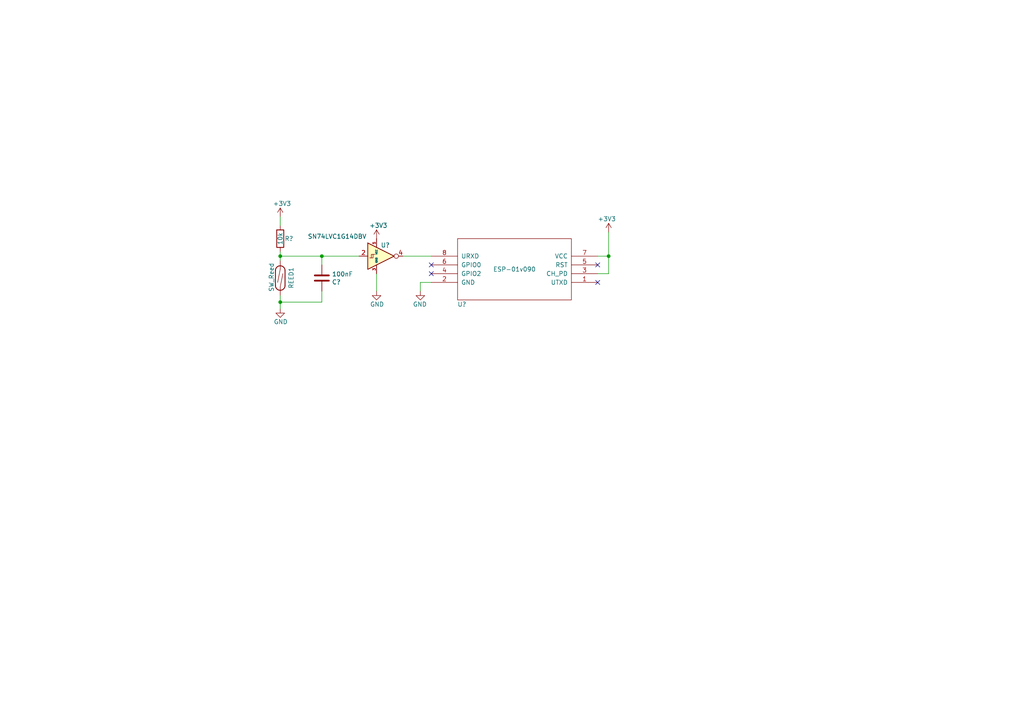
<source format=kicad_sch>
(kicad_sch (version 20211123) (generator eeschema)

  (uuid 7e08f2a4-63d6-468b-bd8b-ec607077e023)

  (paper "A4")

  (title_block
    (date "2020-10-22")
  )

  (lib_symbols
    (symbol "74xGxx:SN74LVC1G14DBV" (in_bom yes) (on_board yes)
      (property "Reference" "U" (id 0) (at -2.54 5.08 0)
        (effects (font (size 1.27 1.27)))
      )
      (property "Value" "SN74LVC1G14DBV" (id 1) (at 10.16 5.08 0)
        (effects (font (size 1.27 1.27)))
      )
      (property "Footprint" "Package_TO_SOT_SMD:SOT-23-5" (id 2) (at 0 -6.35 0)
        (effects (font (size 1.27 1.27)) hide)
      )
      (property "Datasheet" "http://www.ti.com/lit/ds/symlink/sn74lvc1g14.pdf" (id 3) (at 0 0 0)
        (effects (font (size 1.27 1.27)) hide)
      )
      (property "ki_keywords" "Inverter Schmitt Trigger" (id 4) (at 0 0 0)
        (effects (font (size 1.27 1.27)) hide)
      )
      (property "ki_description" "Single Schmitt-Trigger Inverter, SOT-23" (id 5) (at 0 0 0)
        (effects (font (size 1.27 1.27)) hide)
      )
      (property "ki_fp_filters" "SOT?23*" (id 6) (at 0 0 0)
        (effects (font (size 1.27 1.27)) hide)
      )
      (symbol "SN74LVC1G14DBV_0_1"
        (polyline
          (pts
            (xy -1.016 0.508)
            (xy -0.508 0.508)
          )
          (stroke (width 0) (type default) (color 0 0 0 0))
          (fill (type none))
        )
        (polyline
          (pts
            (xy -2.54 3.81)
            (xy -2.54 -3.81)
            (xy 5.08 0)
            (xy -2.54 3.81)
          )
          (stroke (width 0.254) (type default) (color 0 0 0 0))
          (fill (type background))
        )
        (polyline
          (pts
            (xy -1.524 -0.508)
            (xy -1.524 0.508)
            (xy -1.016 0.508)
            (xy -1.016 -0.508)
            (xy -2.032 -0.508)
          )
          (stroke (width 0) (type default) (color 0 0 0 0))
          (fill (type none))
        )
        (circle (center 5.715 0) (radius 0.635)
          (stroke (width 0) (type default) (color 0 0 0 0))
          (fill (type none))
        )
      )
      (symbol "SN74LVC1G14DBV_1_1"
        (pin no_connect line (at 5.08 0 180) (length 2.54) hide
          (name "NC" (effects (font (size 1.27 1.27))))
          (number "1" (effects (font (size 1.27 1.27))))
        )
        (pin input line (at -5.08 0 0) (length 2.54)
          (name "~" (effects (font (size 1.27 1.27))))
          (number "2" (effects (font (size 1.27 1.27))))
        )
        (pin power_in line (at 0 -5.08 90) (length 2.54)
          (name "GND" (effects (font (size 0.508 0.508))))
          (number "3" (effects (font (size 0.762 0.762))))
        )
        (pin output line (at 7.62 0 180) (length 1.27)
          (name "~" (effects (font (size 1.27 1.27))))
          (number "4" (effects (font (size 1.27 1.27))))
        )
        (pin power_in line (at 0 5.08 270) (length 2.54)
          (name "VCC" (effects (font (size 0.508 0.508))))
          (number "5" (effects (font (size 0.762 0.762))))
        )
      )
    )
    (symbol "Device:C" (pin_numbers hide) (pin_names (offset 0.254)) (in_bom yes) (on_board yes)
      (property "Reference" "C" (id 0) (at 0.635 2.54 0)
        (effects (font (size 1.27 1.27)) (justify left))
      )
      (property "Value" "Device_C" (id 1) (at 0.635 -2.54 0)
        (effects (font (size 1.27 1.27)) (justify left))
      )
      (property "Footprint" "" (id 2) (at 0.9652 -3.81 0)
        (effects (font (size 1.27 1.27)) hide)
      )
      (property "Datasheet" "" (id 3) (at 0 0 0)
        (effects (font (size 1.27 1.27)) hide)
      )
      (property "ki_fp_filters" "C_*" (id 4) (at 0 0 0)
        (effects (font (size 1.27 1.27)) hide)
      )
      (symbol "C_0_1"
        (polyline
          (pts
            (xy -2.032 -0.762)
            (xy 2.032 -0.762)
          )
          (stroke (width 0.508) (type default) (color 0 0 0 0))
          (fill (type none))
        )
        (polyline
          (pts
            (xy -2.032 0.762)
            (xy 2.032 0.762)
          )
          (stroke (width 0.508) (type default) (color 0 0 0 0))
          (fill (type none))
        )
      )
      (symbol "C_1_1"
        (pin passive line (at 0 3.81 270) (length 2.794)
          (name "~" (effects (font (size 1.27 1.27))))
          (number "1" (effects (font (size 1.27 1.27))))
        )
        (pin passive line (at 0 -3.81 90) (length 2.794)
          (name "~" (effects (font (size 1.27 1.27))))
          (number "2" (effects (font (size 1.27 1.27))))
        )
      )
    )
    (symbol "Device:R" (pin_numbers hide) (pin_names (offset 0)) (in_bom yes) (on_board yes)
      (property "Reference" "R" (id 0) (at 2.032 0 90)
        (effects (font (size 1.27 1.27)))
      )
      (property "Value" "Device_R" (id 1) (at 0 0 90)
        (effects (font (size 1.27 1.27)))
      )
      (property "Footprint" "" (id 2) (at -1.778 0 90)
        (effects (font (size 1.27 1.27)) hide)
      )
      (property "Datasheet" "" (id 3) (at 0 0 0)
        (effects (font (size 1.27 1.27)) hide)
      )
      (property "ki_fp_filters" "R_*" (id 4) (at 0 0 0)
        (effects (font (size 1.27 1.27)) hide)
      )
      (symbol "R_0_1"
        (rectangle (start -1.016 -2.54) (end 1.016 2.54)
          (stroke (width 0.254) (type default) (color 0 0 0 0))
          (fill (type none))
        )
      )
      (symbol "R_1_1"
        (pin passive line (at 0 3.81 270) (length 1.27)
          (name "~" (effects (font (size 1.27 1.27))))
          (number "1" (effects (font (size 1.27 1.27))))
        )
        (pin passive line (at 0 -3.81 90) (length 1.27)
          (name "~" (effects (font (size 1.27 1.27))))
          (number "2" (effects (font (size 1.27 1.27))))
        )
      )
    )
    (symbol "ESP8266:ESP-01v090" (pin_names (offset 1.016)) (in_bom yes) (on_board yes)
      (property "Reference" "U" (id 0) (at 0 -2.54 0)
        (effects (font (size 1.27 1.27)))
      )
      (property "Value" "ESP8266_ESP-01v090" (id 1) (at 0 2.54 0)
        (effects (font (size 1.27 1.27)))
      )
      (property "Footprint" "" (id 2) (at 0 0 0)
        (effects (font (size 1.27 1.27)) hide)
      )
      (property "Datasheet" "" (id 3) (at 0 0 0)
        (effects (font (size 1.27 1.27)) hide)
      )
      (property "ki_fp_filters" "ESP-01*" (id 4) (at 0 0 0)
        (effects (font (size 1.27 1.27)) hide)
      )
      (symbol "ESP-01v090_1_0"
        (rectangle (start -16.51 -8.89) (end 16.51 8.89)
          (stroke (width 0) (type default) (color 0 0 0 0))
          (fill (type none))
        )
      )
      (symbol "ESP-01v090_1_1"
        (pin output line (at -24.13 3.81 0) (length 7.62)
          (name "UTXD" (effects (font (size 1.27 1.27))))
          (number "1" (effects (font (size 1.27 1.27))))
        )
        (pin power_in line (at 24.13 3.81 180) (length 7.62)
          (name "GND" (effects (font (size 1.27 1.27))))
          (number "2" (effects (font (size 1.27 1.27))))
        )
        (pin input line (at -24.13 1.27 0) (length 7.62)
          (name "CH_PD" (effects (font (size 1.27 1.27))))
          (number "3" (effects (font (size 1.27 1.27))))
        )
        (pin tri_state line (at 24.13 1.27 180) (length 7.62)
          (name "GPIO2" (effects (font (size 1.27 1.27))))
          (number "4" (effects (font (size 1.27 1.27))))
        )
        (pin input line (at -24.13 -1.27 0) (length 7.62)
          (name "RST" (effects (font (size 1.27 1.27))))
          (number "5" (effects (font (size 1.27 1.27))))
        )
        (pin tri_state line (at 24.13 -1.27 180) (length 7.62)
          (name "GPIO0" (effects (font (size 1.27 1.27))))
          (number "6" (effects (font (size 1.27 1.27))))
        )
        (pin power_in line (at -24.13 -3.81 0) (length 7.62)
          (name "VCC" (effects (font (size 1.27 1.27))))
          (number "7" (effects (font (size 1.27 1.27))))
        )
        (pin input line (at 24.13 -3.81 180) (length 7.62)
          (name "URXD" (effects (font (size 1.27 1.27))))
          (number "8" (effects (font (size 1.27 1.27))))
        )
      )
    )
    (symbol "Switch:SW_Reed" (pin_numbers hide) (pin_names (offset 0) hide) (in_bom yes) (on_board yes)
      (property "Reference" "SW" (id 0) (at 0 2.54 0)
        (effects (font (size 1.27 1.27)))
      )
      (property "Value" "Switch_SW_Reed" (id 1) (at 0 -2.54 0)
        (effects (font (size 1.27 1.27)))
      )
      (property "Footprint" "" (id 2) (at 0 0 0)
        (effects (font (size 1.27 1.27)) hide)
      )
      (property "Datasheet" "" (id 3) (at 0 0 0)
        (effects (font (size 1.27 1.27)) hide)
      )
      (symbol "SW_Reed_0_0"
        (arc (start -2.159 1.397) (mid -3.556 0) (end -2.159 -1.397)
          (stroke (width 0.254) (type default) (color 0 0 0 0))
          (fill (type none))
        )
        (polyline
          (pts
            (xy -2.54 0)
            (xy 1.27 0.762)
          )
          (stroke (width 0) (type default) (color 0 0 0 0))
          (fill (type none))
        )
        (polyline
          (pts
            (xy -2.159 -1.397)
            (xy 2.286 -1.397)
          )
          (stroke (width 0.254) (type default) (color 0 0 0 0))
          (fill (type none))
        )
        (polyline
          (pts
            (xy 2.159 1.397)
            (xy -2.159 1.397)
          )
          (stroke (width 0.254) (type default) (color 0 0 0 0))
          (fill (type none))
        )
        (polyline
          (pts
            (xy 2.54 0)
            (xy -1.27 -0.762)
          )
          (stroke (width 0) (type default) (color 0 0 0 0))
          (fill (type none))
        )
        (arc (start 2.159 -1.397) (mid 3.556 0) (end 2.159 1.397)
          (stroke (width 0.254) (type default) (color 0 0 0 0))
          (fill (type none))
        )
      )
      (symbol "SW_Reed_1_1"
        (pin passive line (at -5.08 0 0) (length 2.54)
          (name "1" (effects (font (size 1.27 1.27))))
          (number "1" (effects (font (size 1.27 1.27))))
        )
        (pin passive line (at 5.08 0 180) (length 2.54)
          (name "2" (effects (font (size 1.27 1.27))))
          (number "2" (effects (font (size 1.27 1.27))))
        )
      )
    )
    (symbol "power:+3.3V" (power) (pin_names (offset 0)) (in_bom yes) (on_board yes)
      (property "Reference" "#PWR" (id 0) (at 0 -3.81 0)
        (effects (font (size 1.27 1.27)) hide)
      )
      (property "Value" "power_+3.3V" (id 1) (at 0 3.556 0)
        (effects (font (size 1.27 1.27)))
      )
      (property "Footprint" "" (id 2) (at 0 0 0)
        (effects (font (size 1.27 1.27)) hide)
      )
      (property "Datasheet" "" (id 3) (at 0 0 0)
        (effects (font (size 1.27 1.27)) hide)
      )
      (symbol "+3.3V_0_1"
        (polyline
          (pts
            (xy -0.762 1.27)
            (xy 0 2.54)
          )
          (stroke (width 0) (type default) (color 0 0 0 0))
          (fill (type none))
        )
        (polyline
          (pts
            (xy 0 0)
            (xy 0 2.54)
          )
          (stroke (width 0) (type default) (color 0 0 0 0))
          (fill (type none))
        )
        (polyline
          (pts
            (xy 0 2.54)
            (xy 0.762 1.27)
          )
          (stroke (width 0) (type default) (color 0 0 0 0))
          (fill (type none))
        )
      )
      (symbol "+3.3V_1_1"
        (pin power_in line (at 0 0 90) (length 0) hide
          (name "+3V3" (effects (font (size 1.27 1.27))))
          (number "1" (effects (font (size 1.27 1.27))))
        )
      )
    )
    (symbol "power:GND" (power) (pin_names (offset 0)) (in_bom yes) (on_board yes)
      (property "Reference" "#PWR" (id 0) (at 0 -6.35 0)
        (effects (font (size 1.27 1.27)) hide)
      )
      (property "Value" "power_GND" (id 1) (at 0 -3.81 0)
        (effects (font (size 1.27 1.27)))
      )
      (property "Footprint" "" (id 2) (at 0 0 0)
        (effects (font (size 1.27 1.27)) hide)
      )
      (property "Datasheet" "" (id 3) (at 0 0 0)
        (effects (font (size 1.27 1.27)) hide)
      )
      (symbol "GND_0_1"
        (polyline
          (pts
            (xy 0 0)
            (xy 0 -1.27)
            (xy 1.27 -1.27)
            (xy 0 -2.54)
            (xy -1.27 -1.27)
            (xy 0 -1.27)
          )
          (stroke (width 0) (type default) (color 0 0 0 0))
          (fill (type none))
        )
      )
      (symbol "GND_1_1"
        (pin power_in line (at 0 0 270) (length 0) hide
          (name "GND" (effects (font (size 1.27 1.27))))
          (number "1" (effects (font (size 1.27 1.27))))
        )
      )
    )
  )

  (junction (at 81.28 74.295) (diameter 0) (color 0 0 0 0)
    (uuid 22a42fa5-bcbf-47af-a933-b08f17eecc68)
  )
  (junction (at 81.28 87.63) (diameter 0) (color 0 0 0 0)
    (uuid 5405f4bf-121f-4a09-b8d5-55d6d4869fce)
  )
  (junction (at 93.345 74.295) (diameter 0) (color 0 0 0 0)
    (uuid bf68c878-2d8b-4bf1-b3d8-fc5ec1b5f071)
  )
  (junction (at 176.53 74.295) (diameter 0) (color 0 0 0 0)
    (uuid e12e827e-36be-4503-8eef-6fc7e8bc5d49)
  )

  (no_connect (at 125.095 76.835) (uuid 2457d015-1799-4653-94b6-de0c6082a8fc))
  (no_connect (at 125.095 79.375) (uuid 876e75d0-9871-4d2c-83d5-d5ef23fecdf1))
  (no_connect (at 173.355 76.835) (uuid 876e75d0-9871-4d2c-83d5-d5ef23fecdf2))
  (no_connect (at 173.355 81.915) (uuid 876e75d0-9871-4d2c-83d5-d5ef23fecdf3))

  (wire (pts (xy 81.28 85.725) (xy 81.28 87.63))
    (stroke (width 0) (type default) (color 0 0 0 0))
    (uuid 26daecd2-c787-4df3-a9fd-33534ee5b609)
  )
  (wire (pts (xy 81.28 87.63) (xy 93.345 87.63))
    (stroke (width 0) (type default) (color 0 0 0 0))
    (uuid 27b178e9-b08c-4822-8aa4-ac4429d2b10d)
  )
  (wire (pts (xy 173.355 79.375) (xy 176.53 79.375))
    (stroke (width 0) (type default) (color 0 0 0 0))
    (uuid 38f2d955-ea7a-4a21-aba6-02ae23f1bd4a)
  )
  (wire (pts (xy 81.28 87.63) (xy 81.28 89.535))
    (stroke (width 0) (type default) (color 0 0 0 0))
    (uuid 3b86496f-9ae3-42b2-a532-31790dfc53f9)
  )
  (wire (pts (xy 81.28 74.295) (xy 93.345 74.295))
    (stroke (width 0) (type default) (color 0 0 0 0))
    (uuid 57491027-8e61-470a-b600-543de5024ea9)
  )
  (wire (pts (xy 109.22 84.455) (xy 109.22 79.375))
    (stroke (width 0) (type default) (color 0 0 0 0))
    (uuid 663d5c31-c141-450e-ba6e-a59394dc9210)
  )
  (wire (pts (xy 176.53 67.31) (xy 176.53 74.295))
    (stroke (width 0) (type default) (color 0 0 0 0))
    (uuid 67db433c-cafa-4490-8c28-fa8bd27a74bf)
  )
  (wire (pts (xy 176.53 79.375) (xy 176.53 74.295))
    (stroke (width 0) (type default) (color 0 0 0 0))
    (uuid 6b25f522-8e2d-4cd8-9d5d-a2b80f60133b)
  )
  (wire (pts (xy 81.28 62.865) (xy 81.28 65.405))
    (stroke (width 0) (type default) (color 0 0 0 0))
    (uuid 6cc3f858-76db-4b33-8e06-00eb87c107ef)
  )
  (wire (pts (xy 93.345 74.295) (xy 104.14 74.295))
    (stroke (width 0) (type default) (color 0 0 0 0))
    (uuid 7985ea71-a4a1-48b1-a4a0-405de0ac6089)
  )
  (wire (pts (xy 125.095 81.915) (xy 121.92 81.915))
    (stroke (width 0) (type default) (color 0 0 0 0))
    (uuid 9f122891-5b34-4690-85f6-838ed11a1879)
  )
  (wire (pts (xy 81.28 74.295) (xy 81.28 75.565))
    (stroke (width 0) (type default) (color 0 0 0 0))
    (uuid b37c65eb-157e-4d2d-9da2-a4159a4ea1cd)
  )
  (wire (pts (xy 93.345 74.295) (xy 93.345 76.835))
    (stroke (width 0) (type default) (color 0 0 0 0))
    (uuid c1b18179-7e77-41b4-814c-7034c7eb9713)
  )
  (wire (pts (xy 116.84 74.295) (xy 125.095 74.295))
    (stroke (width 0) (type default) (color 0 0 0 0))
    (uuid c7de22c5-aba4-4acd-8a8e-5a40b7e77df8)
  )
  (wire (pts (xy 93.345 87.63) (xy 93.345 84.455))
    (stroke (width 0) (type default) (color 0 0 0 0))
    (uuid d09e98d1-7d46-46b9-9222-b36f44266eba)
  )
  (wire (pts (xy 81.28 73.025) (xy 81.28 74.295))
    (stroke (width 0) (type default) (color 0 0 0 0))
    (uuid d2e160d5-ea79-4adc-a252-6df2b789776f)
  )
  (wire (pts (xy 176.53 74.295) (xy 173.355 74.295))
    (stroke (width 0) (type default) (color 0 0 0 0))
    (uuid dabe541b-b164-4180-97a4-5ca761b86800)
  )
  (wire (pts (xy 121.92 81.915) (xy 121.92 84.455))
    (stroke (width 0) (type default) (color 0 0 0 0))
    (uuid e664c914-457f-4832-859b-fee2ed871099)
  )

  (symbol (lib_id "Switch:SW_Reed") (at 81.28 80.645 270) (mirror x) (unit 1)
    (in_bom yes) (on_board yes)
    (uuid 00000000-0000-0000-0000-00005f91fd2b)
    (property "Reference" "REED1" (id 0) (at 84.455 77.47 0)
      (effects (font (size 1.27 1.27)) (justify right))
    )
    (property "Value" "SW_Reed" (id 1) (at 78.74 76.2 0)
      (effects (font (size 1.27 1.27)) (justify right))
    )
    (property "Footprint" "Button_Switch_SMD:SW_SPST_REED_CT10-XXXX-G4" (id 2) (at 81.28 80.645 0)
      (effects (font (size 1.27 1.27)) hide)
    )
    (property "Datasheet" "~" (id 3) (at 81.28 80.645 0)
      (effects (font (size 1.27 1.27)) hide)
    )
    (pin "1" (uuid 8322f275-268c-4e87-a69f-4cfbf05e747f))
    (pin "2" (uuid b6270a28-e0d9-4655-a18a-03dbf007b940))
  )

  (symbol (lib_id "Device:C") (at 93.345 80.645 0) (mirror x) (unit 1)
    (in_bom yes) (on_board yes)
    (uuid 00000000-0000-0000-0000-00005fa35aeb)
    (property "Reference" "C?" (id 0) (at 96.266 81.8134 0)
      (effects (font (size 1.27 1.27)) (justify left))
    )
    (property "Value" "100nF" (id 1) (at 96.266 79.502 0)
      (effects (font (size 1.27 1.27)) (justify left))
    )
    (property "Footprint" "Capacitor_SMD:C_0805_2012Metric_Pad1.18x1.45mm_HandSolder" (id 2) (at 94.3102 76.835 0)
      (effects (font (size 1.27 1.27)) hide)
    )
    (property "Datasheet" "~" (id 3) (at 93.345 80.645 0)
      (effects (font (size 1.27 1.27)) hide)
    )
    (pin "1" (uuid e9bb29b2-2bb9-4ea2-acd9-2bb3ca677a12))
    (pin "2" (uuid 62c076a3-d618-44a2-9042-9a08b3576787))
  )

  (symbol (lib_id "ESP8266:ESP-01v090") (at 149.225 78.105 180) (unit 1)
    (in_bom yes) (on_board yes)
    (uuid 00000000-0000-0000-0000-0000619ef732)
    (property "Reference" "U?" (id 0) (at 133.985 88.265 0))
    (property "Value" "ESP-01v090" (id 1) (at 149.225 78.105 0))
    (property "Footprint" "" (id 2) (at 149.225 78.105 0)
      (effects (font (size 1.27 1.27)) hide)
    )
    (property "Datasheet" "http://l0l.org.uk/2014/12/esp8266-modules-hardware-guide-gotta-catch-em-all/" (id 3) (at 149.225 78.105 0)
      (effects (font (size 1.27 1.27)) hide)
    )
    (pin "1" (uuid 9c8ccb2a-b1e9-4f2c-94fe-301b5975277e))
    (pin "2" (uuid a03e565f-d8cd-4032-aae3-b7327d4143dd))
    (pin "3" (uuid 5b2b5c7d-f943-4634-9f0a-e9561705c49d))
    (pin "4" (uuid c70d9ef3-bfeb-47e0-a1e1-9aeba3da7864))
    (pin "5" (uuid 4e3d7c0d-12e3-42f2-b944-e4bcdbbcac2a))
    (pin "6" (uuid aa02e544-13f5-4cf8-a5f4-3e6cda006090))
    (pin "7" (uuid 6a44418c-7bb4-4e99-8836-57f153c19721))
    (pin "8" (uuid 0147f16a-c952-4891-8f53-a9fb8cddeb8d))
  )

  (symbol (lib_id "power:GND") (at 121.92 84.455 0) (unit 1)
    (in_bom yes) (on_board yes)
    (uuid 00000000-0000-0000-0000-0000619f22fd)
    (property "Reference" "#PWR?" (id 0) (at 121.92 90.805 0)
      (effects (font (size 1.27 1.27)) hide)
    )
    (property "Value" "GND" (id 1) (at 123.825 88.265 0)
      (effects (font (size 1.27 1.27)) (justify right))
    )
    (property "Footprint" "" (id 2) (at 121.92 84.455 0)
      (effects (font (size 1.27 1.27)) hide)
    )
    (property "Datasheet" "" (id 3) (at 121.92 84.455 0)
      (effects (font (size 1.27 1.27)) hide)
    )
    (pin "1" (uuid 4fb02e58-160a-4a39-9f22-d0c75e82ee72))
  )

  (symbol (lib_id "power:+3.3V") (at 176.53 67.31 0) (unit 1)
    (in_bom yes) (on_board yes)
    (uuid 00000000-0000-0000-0000-0000619fc927)
    (property "Reference" "#PWR?" (id 0) (at 176.53 71.12 0)
      (effects (font (size 1.27 1.27)) hide)
    )
    (property "Value" "+3.3V" (id 1) (at 173.355 63.5 0)
      (effects (font (size 1.27 1.27)) (justify left))
    )
    (property "Footprint" "" (id 2) (at 176.53 67.31 0)
      (effects (font (size 1.27 1.27)) hide)
    )
    (property "Datasheet" "" (id 3) (at 176.53 67.31 0)
      (effects (font (size 1.27 1.27)) hide)
    )
    (pin "1" (uuid a795f1ba-cdd5-4cc5-9a52-08586e982934))
  )

  (symbol (lib_id "74xGxx:SN74LVC1G14DBV") (at 109.22 74.295 0) (unit 1)
    (in_bom yes) (on_board yes)
    (uuid 45b7fe01-a2fa-40c2-a3a2-4a9ae7c34dba)
    (property "Reference" "U?" (id 0) (at 111.76 71.12 0))
    (property "Value" "SN74LVC1G14DBV" (id 1) (at 97.79 68.58 0))
    (property "Footprint" "Package_TO_SOT_SMD:SOT-23-5" (id 2) (at 109.22 80.645 0)
      (effects (font (size 1.27 1.27)) hide)
    )
    (property "Datasheet" "http://www.ti.com/lit/ds/symlink/sn74lvc1g14.pdf" (id 3) (at 109.22 74.295 0)
      (effects (font (size 1.27 1.27)) hide)
    )
    (pin "1" (uuid 5778dc8c-60fe-435e-b75a-362eae1b81ab))
    (pin "2" (uuid a2a4b1ad-c51a-492d-9e99-410eec4f55a3))
    (pin "3" (uuid b9f8b708-1745-43ec-9646-59495cbc6e07))
    (pin "4" (uuid 84d5cf13-52aa-4648-82e7-8be6e886a6b2))
    (pin "5" (uuid de2abbd8-9b48-47ba-b77e-4c65ca048af6))
  )

  (symbol (lib_id "power:GND") (at 81.28 89.535 0) (mirror y) (unit 1)
    (in_bom yes) (on_board yes)
    (uuid 5da7d36d-3e42-4b4e-b5a0-77b6e06d23c3)
    (property "Reference" "#PWR?" (id 0) (at 81.28 95.885 0)
      (effects (font (size 1.27 1.27)) hide)
    )
    (property "Value" "GND" (id 1) (at 79.375 93.345 0)
      (effects (font (size 1.27 1.27)) (justify right))
    )
    (property "Footprint" "" (id 2) (at 81.28 89.535 0)
      (effects (font (size 1.27 1.27)) hide)
    )
    (property "Datasheet" "" (id 3) (at 81.28 89.535 0)
      (effects (font (size 1.27 1.27)) hide)
    )
    (pin "1" (uuid 1dc3b29f-35f4-4549-8554-8ff28a384122))
  )

  (symbol (lib_id "Device:R") (at 81.28 69.215 0) (mirror y) (unit 1)
    (in_bom yes) (on_board yes)
    (uuid 7ca20d4b-c498-45ff-9a20-e7425a873ce9)
    (property "Reference" "R?" (id 0) (at 83.82 69.215 0))
    (property "Value" "10k" (id 1) (at 81.28 69.215 90))
    (property "Footprint" "Resistor_SMD:R_0805_2012Metric_Pad1.20x1.40mm_HandSolder" (id 2) (at 83.058 69.215 90)
      (effects (font (size 1.27 1.27)) hide)
    )
    (property "Datasheet" "~" (id 3) (at 81.28 69.215 0)
      (effects (font (size 1.27 1.27)) hide)
    )
    (pin "1" (uuid 7d6a6df3-d48a-4b07-a227-e512611a8e9f))
    (pin "2" (uuid ad0f22cf-16aa-4712-8b8d-6d4df83357d3))
  )

  (symbol (lib_id "power:GND") (at 109.22 84.455 0) (mirror y) (unit 1)
    (in_bom yes) (on_board yes)
    (uuid 7fffe7f7-99d0-48cd-a5e2-fe3ab8ac4b49)
    (property "Reference" "#PWR?" (id 0) (at 109.22 90.805 0)
      (effects (font (size 1.27 1.27)) hide)
    )
    (property "Value" "GND" (id 1) (at 107.315 88.265 0)
      (effects (font (size 1.27 1.27)) (justify right))
    )
    (property "Footprint" "" (id 2) (at 109.22 84.455 0)
      (effects (font (size 1.27 1.27)) hide)
    )
    (property "Datasheet" "" (id 3) (at 109.22 84.455 0)
      (effects (font (size 1.27 1.27)) hide)
    )
    (pin "1" (uuid 45abfb23-d6d2-4f96-bc7d-8cdf9e98f830))
  )

  (symbol (lib_id "power:+3.3V") (at 109.22 69.215 0) (mirror y) (unit 1)
    (in_bom yes) (on_board yes)
    (uuid 97ad9f00-76cc-4b25-9d96-a87e03ab737a)
    (property "Reference" "#PWR?" (id 0) (at 109.22 73.025 0)
      (effects (font (size 1.27 1.27)) hide)
    )
    (property "Value" "+3.3V" (id 1) (at 112.395 65.405 0)
      (effects (font (size 1.27 1.27)) (justify left))
    )
    (property "Footprint" "" (id 2) (at 109.22 69.215 0)
      (effects (font (size 1.27 1.27)) hide)
    )
    (property "Datasheet" "" (id 3) (at 109.22 69.215 0)
      (effects (font (size 1.27 1.27)) hide)
    )
    (pin "1" (uuid 6382d879-b8c2-4624-bc9f-ef4d19b1fb97))
  )

  (symbol (lib_id "power:+3.3V") (at 81.28 62.865 0) (mirror y) (unit 1)
    (in_bom yes) (on_board yes)
    (uuid be060bb2-78b5-4f0b-83e4-6b28b8d02048)
    (property "Reference" "#PWR?" (id 0) (at 81.28 66.675 0)
      (effects (font (size 1.27 1.27)) hide)
    )
    (property "Value" "+3.3V" (id 1) (at 84.455 59.055 0)
      (effects (font (size 1.27 1.27)) (justify left))
    )
    (property "Footprint" "" (id 2) (at 81.28 62.865 0)
      (effects (font (size 1.27 1.27)) hide)
    )
    (property "Datasheet" "" (id 3) (at 81.28 62.865 0)
      (effects (font (size 1.27 1.27)) hide)
    )
    (pin "1" (uuid 8177aaf6-bf5e-4af2-bb81-f43479ff5768))
  )

  (sheet_instances
    (path "/" (page "1"))
  )

  (symbol_instances
    (path "/00000000-0000-0000-0000-0000619f22fd"
      (reference "#PWR?") (unit 1) (value "GND") (footprint "")
    )
    (path "/00000000-0000-0000-0000-0000619fc927"
      (reference "#PWR?") (unit 1) (value "+3.3V") (footprint "")
    )
    (path "/5da7d36d-3e42-4b4e-b5a0-77b6e06d23c3"
      (reference "#PWR?") (unit 1) (value "GND") (footprint "")
    )
    (path "/7fffe7f7-99d0-48cd-a5e2-fe3ab8ac4b49"
      (reference "#PWR?") (unit 1) (value "GND") (footprint "")
    )
    (path "/97ad9f00-76cc-4b25-9d96-a87e03ab737a"
      (reference "#PWR?") (unit 1) (value "+3.3V") (footprint "")
    )
    (path "/be060bb2-78b5-4f0b-83e4-6b28b8d02048"
      (reference "#PWR?") (unit 1) (value "+3.3V") (footprint "")
    )
    (path "/00000000-0000-0000-0000-00005fa35aeb"
      (reference "C?") (unit 1) (value "100nF") (footprint "Capacitor_SMD:C_0805_2012Metric_Pad1.18x1.45mm_HandSolder")
    )
    (path "/7ca20d4b-c498-45ff-9a20-e7425a873ce9"
      (reference "R?") (unit 1) (value "10k") (footprint "Resistor_SMD:R_0805_2012Metric_Pad1.20x1.40mm_HandSolder")
    )
    (path "/00000000-0000-0000-0000-00005f91fd2b"
      (reference "REED1") (unit 1) (value "SW_Reed") (footprint "Button_Switch_SMD:SW_SPST_REED_CT10-XXXX-G4")
    )
    (path "/00000000-0000-0000-0000-0000619ef732"
      (reference "U?") (unit 1) (value "ESP-01v090") (footprint "")
    )
    (path "/45b7fe01-a2fa-40c2-a3a2-4a9ae7c34dba"
      (reference "U?") (unit 1) (value "SN74LVC1G14DBV") (footprint "Package_TO_SOT_SMD:SOT-23-5")
    )
  )
)

</source>
